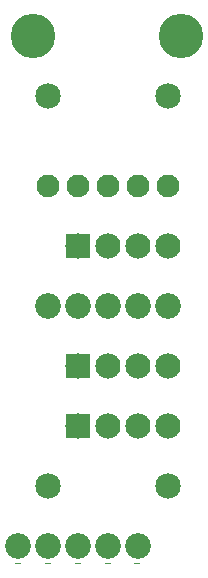
<source format=gts>
G04 MADE WITH FRITZING*
G04 WWW.FRITZING.ORG*
G04 DOUBLE SIDED*
G04 HOLES PLATED*
G04 CONTOUR ON CENTER OF CONTOUR VECTOR*
%ASAXBY*%
%FSLAX23Y23*%
%MOIN*%
%OFA0B0*%
%SFA1.0B1.0*%
%ADD10C,0.084000*%
%ADD11C,0.086000*%
%ADD12C,0.085361*%
%ADD13C,0.085000*%
%ADD14C,0.076000*%
%ADD15C,0.148425*%
%ADD16R,0.084000X0.084000*%
%ADD17R,0.001000X0.001000*%
%LNMASK1*%
G90*
G70*
G54D10*
X354Y1059D03*
X554Y1059D03*
X254Y1059D03*
X454Y1059D03*
X354Y659D03*
X554Y659D03*
X254Y659D03*
X454Y659D03*
X354Y459D03*
X554Y459D03*
X254Y459D03*
X454Y459D03*
G54D11*
X454Y859D03*
X554Y859D03*
X154Y859D03*
X254Y859D03*
X354Y859D03*
G54D12*
X454Y59D03*
X354Y59D03*
X254Y59D03*
X154Y59D03*
X54Y59D03*
G54D13*
X554Y1559D03*
X154Y1559D03*
X554Y259D03*
X154Y259D03*
G54D14*
X154Y1259D03*
G54D15*
X599Y1759D03*
G54D14*
X254Y1259D03*
X354Y1259D03*
X454Y1259D03*
X554Y1259D03*
G54D15*
X104Y1759D03*
G54D16*
X254Y1059D03*
X254Y659D03*
X254Y459D03*
G54D17*
X49Y2D02*
X57Y2D01*
X149Y2D02*
X157Y2D01*
X249Y2D02*
X257Y2D01*
X349Y2D02*
X357Y2D01*
X449Y2D02*
X457Y2D01*
X44Y1D02*
X63Y1D01*
X144Y1D02*
X163Y1D01*
X244Y1D02*
X263Y1D01*
X344Y1D02*
X363Y1D01*
X443Y1D02*
X462Y1D01*
X40Y0D02*
X67Y0D01*
X140Y0D02*
X166Y0D01*
X240Y0D02*
X266Y0D01*
X340Y0D02*
X366Y0D01*
X440Y0D02*
X466Y0D01*
X38Y-1D02*
X69Y-1D01*
X137Y-1D02*
X169Y-1D01*
X237Y-1D02*
X269Y-1D01*
X337Y-1D02*
X369Y-1D01*
X437Y-1D02*
X469Y-1D01*
D02*
G04 End of Mask1*
M02*
</source>
